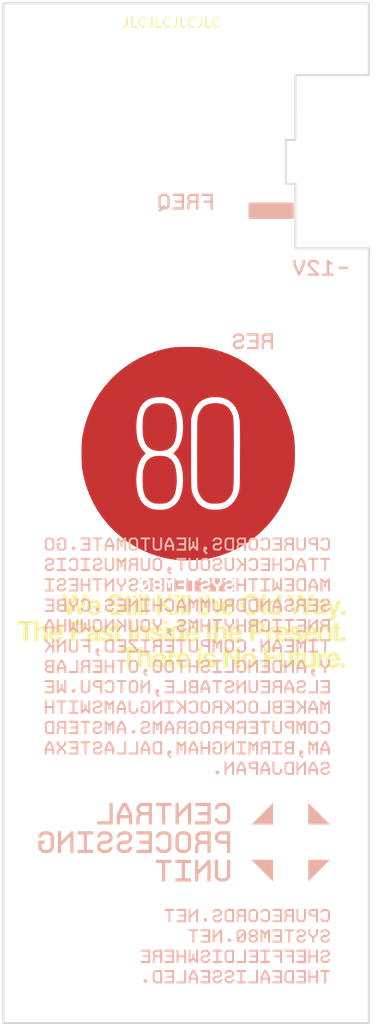
<source format=kicad_pcb>
(kicad_pcb (version 4) (host pcbnew 4.0.2-stable)
  (layers (0 F.Cu signal) (31 B.Cu signal) (34 B.Paste user) (35 F.Paste user) (36 B.SilkS user) (37 F.SilkS user) (38 B.Mask user) (39 F.Mask user) (44 Edge.Cuts user))
  (net 0 "")
  (module LOGO (layer B.Cu) (at 83.75 82.75 180)
    (fp_text reference G*** hide)
    (fp_text value LOGO hide)
  )
  (module MyModules:SNAP_HOLE_0.125_INCH (layer F.Cu) (at 91.04 60.5)
    (fp_text reference SNAP-HOLE-0.125-INCH hide)
    (fp_text value VAL** hide)
    (pad "" np_thru_hole circle (at 0 0) (size 5 5) (drill 5) (layers *.Cu *.Mask F.SilkS) (clearance 0.3175))
  )
  (module MyModules:SNAP_HOLE_0.125_INCH (layer F.Cu) (at 84.04 46)
    (fp_text reference SNAP-HOLE-0.125-INCH hide)
    (fp_text value VAL** hide)
    (pad "" np_thru_hole circle (at 0 0) (size 5 5) (drill 5) (layers *.Cu *.Mask F.SilkS) (clearance 0.3175))
  )
  (module MyModules:SNAP_HOLE_0.125_INCH (layer F.Cu) (at 74.15 120.9)
    (fp_text reference SNAP-HOLE-0.125-INCH hide)
    (fp_text value VAL** hide)
    (pad "" np_thru_hole circle (at 0 0) (size 3.175 3.175) (drill 3.175) (layers *.Cu *.Mask F.SilkS) (clearance 0.3175))
  )
  (module MyModules:SNAP_HOLE_0.125_INCH (layer F.Cu) (at 99.4 82.65)
    (fp_text reference SNAP-HOLE-0.125-INCH hide)
    (fp_text value VAL** hide)
    (pad "" np_thru_hole circle (at 0 0) (size 3.175 3.175) (drill 3.175) (layers *.Cu *.Mask F.SilkS) (clearance 0.3175))
  )
  (module MyModules:SNAP_HOLE_0.125_INCH (layer F.Cu) (at 68.15 77.15)
    (fp_text reference SNAP-HOLE-0.125-INCH hide)
    (fp_text value VAL** hide)
    (pad "" np_thru_hole circle (at 0 0) (size 3.175 3.175) (drill 3.175) (layers *.Cu *.Mask F.SilkS) (clearance 0.3175))
  )
  (module MyModules:SNAP_HOLE_0.125_INCH (layer F.Cu) (at 82.4 37.15)
    (fp_text reference SNAP-HOLE-0.125-INCH hide)
    (fp_text value VAL** hide)
    (pad "" np_thru_hole circle (at 0 0) (size 3.175 3.175) (drill 3.175) (layers *.Cu *.Mask F.SilkS) (clearance 0.3175))
  )
  (module Logos:80_logo_Fcu (layer F.Cu) (at 84.1 76.7)
    (fp_text reference G*** hide)
    (fp_text value LOGO hide)
    (fp_poly (pts (xy 0.321595 -11.09311) (xy 0.703203 -11.086846) (xy 1.056351 -11.07562) (xy 1.364899 -11.059434) (xy 1.612707 -11.038289) (xy 1.704195 -11.026549) (xy 2.635516 -10.844959) (xy 3.547432 -10.58275) (xy 4.434108 -10.242876) (xy 5.28971 -9.82829) (xy 6.108403 -9.341946) (xy 6.884351 -8.786797) (xy 7.611719 -8.165796) (xy 7.89369 -7.89369) (xy 8.549806 -7.178533) (xy 9.136798 -6.415359) (xy 9.653222 -5.607016) (xy 10.09764 -4.756351) (xy 10.468609 -3.866213) (xy 10.764689 -2.93945) (xy 10.984439 -1.978909) (xy 11.035239 -1.684743) (xy 11.066221 -1.429145) (xy 11.089918 -1.106943) (xy 11.106331 -0.735884) (xy 11.115458 -0.333715) (xy 11.1173 0.081814) (xy 11.111857 0.492958) (xy 11.099128 0.881966) (xy 11.079115 1.231093) (xy 11.051816 1.522589) (xy 11.035239 1.642409) (xy 10.838571 2.61504) (xy 10.565721 3.552617) (xy 10.217361 4.453381) (xy 9.794167 5.315573) (xy 9.338245 6.074833) (xy 8.769212 6.865372) (xy 8.141349 7.596321) (xy 7.458084 8.265473) (xy 6.722843 8.870617) (xy 5.939055 9.409546) (xy 5.110146 9.88005) (xy 4.239544 10.27992) (xy 3.330676 10.606947) (xy 2.38697 10.858923) (xy 1.7145 10.988328) (xy 1.570448 11.005563) (xy 1.362424 11.022084) (xy 1.104928 11.037472) (xy 0.81246 11.051312) (xy 0.499521 11.063184) (xy 0.180612 11.072673) (xy -0.129768 11.07936) (xy -0.417117 11.082828) (xy -0.666935 11.082659) (xy -0.864721 11.078436) (xy -0.995975 11.069741) (xy -1.016 11.066937) (xy -1.105202 11.053926) (xy -1.2522 11.03444) (xy -1.430707 11.011924) (xy -1.502833 11.00311) (xy -2.314458 10.866906) (xy -3.138062 10.655793) (xy -3.959011 10.375236) (xy -4.76267 10.030699) (xy -5.534403 9.627648) (xy -6.074833 9.295912) (xy -6.866199 8.726382) (xy -7.597639 8.098308) (xy -8.267001 7.415041) (xy -8.872133 6.679929) (xy -9.410884 5.896322) (xy -9.8811 5.067568) (xy -10.280629 4.197017) (xy -10.607319 3.288019) (xy -10.859019 2.343922) (xy -10.992906 1.642409) (xy -11.023888 1.386812) (xy -11.047585 1.064609) (xy -11.063998 0.69355) (xy -11.073125 0.291382) (xy -11.074967 -0.124148) (xy -11.069524 -0.535291) (xy -11.056795 -0.9243) (xy -11.036782 -1.273426) (xy -11.009483 -1.564923) (xy -10.992906 -1.684743) (xy -10.796238 -2.657373) (xy -10.768797 -2.751667) (xy -5.375914 -2.751667) (xy -5.351238 -2.152788) (xy -5.276493 -1.620171) (xy -5.150891 -1.151226) (xy -4.973641 -0.743368) (xy -4.743953 -0.394009) (xy -4.609571 -0.240845) (xy -4.507556 -0.133406) (xy -4.433651 -0.052523) (xy -4.402825 -0.014608) (xy -4.402667 -0.013965) (xy -4.431066 0.018869) (xy -4.504603 0.091315) (xy -4.582583 0.164648) (xy -4.822545 0.441649) (xy -5.021528 0.788466) (xy -5.177929 1.199965) (xy -5.290149 1.671011) (xy -5.356586 2.196469) (xy -5.375914 2.709333) (xy -5.350398 3.32389) (xy -5.273934 3.870996) (xy -5.146354 4.350948) (xy -4.967493 4.764041) (xy -4.737183 5.110573) (xy -4.455258 5.390838) (xy -4.121551 5.605134) (xy -3.735895 5.753756) (xy -3.649911 5.776259) (xy -3.453451 5.808937) (xy -3.202969 5.829342) (xy -2.928278 5.83704) (xy -2.65919 5.8316) (xy -2.425518 5.812588) (xy -2.319834 5.795561) (xy -1.940855 5.675697) (xy -1.589085 5.483772) (xy -1.278401 5.230361) (xy -1.022679 4.926038) (xy -0.894106 4.709115) (xy -0.736822 4.32373) (xy -0.619475 3.876907) (xy -0.543859 3.382796) (xy -0.511771 2.855547) (xy -0.525006 2.30931) (xy -0.551697 2.010833) (xy -0.641624 1.479666) (xy -0.784103 1.011006) (xy -0.955022 0.655294) (xy 0.317402 0.655294) (xy 0.317406 1.231901) (xy 0.317958 1.735803) (xy 0.319507 2.172979) (xy 0.3225 2.549408) (xy 0.327382 2.871072) (xy 0.334602 3.14395) (xy 0.344607 3.374021) (xy 0.357843 3.567267) (xy 0.374757 3.729666) (xy 0.395798 3.8672) (xy 0.421411 3.985847) (xy 0.452045 4.091589) (xy 0.488145 4.190404) (xy 0.53016 4.288273) (xy 0.578536 4.391176) (xy 0.63372 4.505092) (xy 0.658111 4.555732) (xy 0.883592 4.93759) (xy 1.162032 5.256031) (xy 1.489351 5.507736) (xy 1.86147 5.68939) (xy 2.159 5.775844) (xy 2.452958 5.818926) (xy 2.790431 5.835906) (xy 3.13438 5.826739) (xy 3.447763 5.791379) (xy 3.521482 5.777511) (xy 3.850619 5.687672) (xy 4.131714 5.559086) (xy 4.39198 5.376864) (xy 4.596874 5.189077) (xy 4.852001 4.893748) (xy 5.05619 4.562913) (xy 5.219023 4.17925) (xy 5.301038 3.915833) (xy 5.318206 3.852512) (xy 5.333177 3.790595) (xy 5.346129 3.724015) (xy 5.357243 3.646705) (xy 5.366698 3.552598) (xy 5.374674 3.435626) (xy 5.381351 3.289723) (xy 5.386907 3.108821) (xy 5.391524 2.886854) (xy 5.395379 2.617755) (xy 5.398654 2.295455) (xy 5.401527 1.913889) (xy 5.404178 1.466989) (xy 5.406787 0.948687) (xy 5.409534 0.352918) (xy 5.410075 0.232833) (xy 5.412733 -0.455385) (xy 5.414106 -1.062915) (xy 5.414158 -1.59373) (xy 5.412849 -2.051799) (xy 5.410144 -2.441093) (xy 5.406002 -2.765582) (xy 5.400388 -3.029237) (xy 5.393264 -3.236029) (xy 5.38459 -3.389928) (xy 5.374652 -3.4925) (xy 5.277945 -4.003355) (xy 5.131063 -4.448715) (xy 4.932246 -4.832543) (xy 4.679737 -5.158799) (xy 4.598763 -5.240768) (xy 4.289934 -5.493707) (xy 3.954853 -5.680228) (xy 3.582455 -5.80436) (xy 3.161676 -5.87013) (xy 2.832522 -5.883598) (xy 2.347414 -5.850169) (xy 1.911973 -5.748194) (xy 1.526495 -5.577908) (xy 1.191277 -5.339548) (xy 0.906616 -5.033351) (xy 0.672809 -4.659553) (xy 0.490154 -4.218391) (xy 0.414396 -3.958167) (xy 0.3175 -3.577167) (xy 0.3175 0) (xy 0.317402 0.655294) (xy -0.955022 0.655294) (xy -0.978427 0.606585) (xy -1.22389 0.268138) (xy -1.293059 0.194143) (xy -1.515786 -0.032171) (xy -1.287979 -0.257148) (xy -1.040172 -0.559347) (xy -0.83803 -0.929428) (xy -0.682864 -1.363151) (xy -0.575989 -1.856279) (xy -0.518717 -2.404571) (xy -0.508695 -2.772833) (xy -0.534428 -3.357525) (xy -0.610877 -3.887737) (xy -0.736914 -4.359677) (xy -0.911414 -4.769557) (xy -1.13325 -5.113584) (xy -1.241707 -5.239054) (xy -1.506215 -5.478901) (xy -1.793191 -5.656712) (xy -2.117052 -5.778529) (xy -2.492212 -5.850396) (xy -2.752207 -5.872278) (xy -3.247992 -5.867013) (xy -3.691041 -5.796763) (xy -4.081675 -5.661149) (xy -4.420212 -5.459789) (xy -4.706973 -5.192305) (xy -4.942277 -4.858314) (xy -5.126444 -4.457437) (xy -5.259794 -3.989295) (xy -5.342646 -3.453505) (xy -5.37532 -2.849689) (xy -5.375914 -2.751667) (xy -10.768797 -2.751667) (xy -10.523388 -3.594951) (xy -10.175028 -4.495715) (xy -9.751834 -5.357906) (xy -9.295912 -6.117167) (xy -8.733578 -6.897789) (xy -8.110836 -7.622523) (xy -7.432362 -8.28836) (xy -6.702836 -8.892292) (xy -5.926936 -9.43131) (xy -5.109342 -9.902405) (xy -4.254731 -10.302568) (xy -3.367781 -10.628791) (xy -2.453173 -10.878065) (xy -1.661862 -11.026549) (xy -1.448438 -11.050042) (xy -1.166633 -11.068576) (xy -0.832587 -11.08215) (xy -0.46244 -11.090763) (xy -0.072333 -11.094416) (xy 0.321595 -11.09311)) (layer F.Cu) (width 0.01))
    (fp_poly (pts (xy -2.626193 0.243835) (xy -2.367189 0.282005) (xy -2.197974 0.330989) (xy -1.929897 0.46816) (xy -1.707245 0.653637) (xy -1.526969 0.893139) (xy -1.386023 1.192387) (xy -1.281358 1.557099) (xy -1.209927 1.992995) (xy -1.186574 2.228886) (xy -1.166177 2.704107) (xy -1.181089 3.170013) (xy -1.229327 3.609532) (xy -1.308909 4.005596) (xy -1.417853 4.341135) (xy -1.43709 4.386287) (xy -1.574419 4.613777) (xy -1.769845 4.828057) (xy -1.997743 5.00328) (xy -2.110619 5.065673) (xy -2.224125 5.115974) (xy -2.330289 5.149884) (xy -2.451488 5.171177) (xy -2.610102 5.18363) (xy -2.828508 5.191018) (xy -2.8575 5.191692) (xy -3.069242 5.193502) (xy -3.261216 5.189754) (xy -3.411166 5.181211) (xy -3.4925 5.169873) (xy -3.81626 5.047687) (xy -4.095045 4.866833) (xy -4.316851 4.636585) (xy -4.437122 4.440107) (xy -4.53073 4.225621) (xy -4.601829 4.008348) (xy -4.653036 3.772309) (xy -4.686968 3.501526) (xy -4.706242 3.180021) (xy -4.713473 2.791816) (xy -4.713627 2.751667) (xy -4.713283 2.449018) (xy -4.709448 2.213485) (xy -4.70079 2.027547) (xy -4.685974 1.873679) (xy -4.663668 1.73436) (xy -4.632538 1.592067) (xy -4.622164 1.549725) (xy -4.502351 1.170954) (xy -4.347078 0.864193) (xy -4.150845 0.622262) (xy -3.90815 0.437982) (xy -3.689227 0.332062) (xy -3.475143 0.273909) (xy -3.208034 0.239806) (xy -2.915762 0.229775) (xy -2.626193 0.243835)) (layer F.Cu) (width 0.01))
    (fp_poly (pts (xy -2.686424 -5.226606) (xy -2.516967 -5.221593) (xy -2.39309 -5.209763) (xy -2.295253 -5.188293) (xy -2.203917 -5.154363) (xy -2.110619 -5.110591) (xy -1.85675 -4.954667) (xy -1.648039 -4.754502) (xy -1.481052 -4.503226) (xy -1.352359 -4.193972) (xy -1.258526 -3.819871) (xy -1.196123 -3.374053) (xy -1.185773 -3.259667) (xy -1.165517 -2.807878) (xy -1.177587 -2.362792) (xy -1.219957 -1.940496) (xy -1.290603 -1.557075) (xy -1.3875 -1.228618) (xy -1.463614 -1.052188) (xy -1.648098 -0.777751) (xy -1.891649 -0.56055) (xy -2.189037 -0.40274) (xy -2.535027 -0.306474) (xy -2.92439 -0.273909) (xy -3.292961 -0.298887) (xy -3.649947 -0.381787) (xy -3.957284 -0.52817) (xy -4.209652 -0.734447) (xy -4.401731 -0.99703) (xy -4.440723 -1.073197) (xy -4.535986 -1.296426) (xy -4.60807 -1.52087) (xy -4.659511 -1.762637) (xy -4.692848 -2.037833) (xy -4.710618 -2.362567) (xy -4.715356 -2.752945) (xy -4.715117 -2.815167) (xy -4.707377 -3.212228) (xy -4.68712 -3.541416) (xy -4.651632 -3.818955) (xy -4.598201 -4.061068) (xy -4.524113 -4.28398) (xy -4.435867 -4.485034) (xy -4.281502 -4.720281) (xy -4.067843 -4.93012) (xy -3.820235 -5.091236) (xy -3.734688 -5.130022) (xy -3.6229 -5.170905) (xy -3.51369 -5.198652) (xy -3.386703 -5.215705) (xy -3.221583 -5.224505) (xy -2.997973 -5.227495) (xy -2.921 -5.227624) (xy -2.686424 -5.226606)) (layer F.Cu) (width 0.01))
    (fp_poly (pts (xy 3.143209 -5.232312) (xy 3.52079 -5.166486) (xy 3.842932 -5.040594) (xy 4.113652 -4.852617) (xy 4.336971 -4.600535) (xy 4.48725 -4.345165) (xy 4.534755 -4.247924) (xy 4.576454 -4.157996) (xy 4.612724 -4.069438) (xy 4.643945 -3.976304) (xy 4.670495 -3.872649) (xy 4.692753 -3.752527) (xy 4.711096 -3.609995) (xy 4.725904 -3.439106) (xy 4.737555 -3.233915) (xy 4.746427 -2.988478) (xy 4.752899 -2.696848) (xy 4.757349 -2.353082) (xy 4.760155 -1.951234) (xy 4.761697 -1.485358) (xy 4.762352 -0.94951) (xy 4.762499 -0.337744) (xy 4.7625 -0.021167) (xy 4.762462 0.628454) (xy 4.762096 1.199355) (xy 4.761021 1.697482) (xy 4.75886 2.128782) (xy 4.755232 2.499201) (xy 4.749759 2.814686) (xy 4.74206 3.081182) (xy 4.731758 3.304637) (xy 4.718471 3.490997) (xy 4.701823 3.646209) (xy 4.681432 3.776218) (xy 4.656919 3.886971) (xy 4.627906 3.984415) (xy 4.594014 4.074496) (xy 4.554862 4.16316) (xy 4.510071 4.256354) (xy 4.486625 4.304102) (xy 4.318245 4.567661) (xy 4.093339 4.804837) (xy 3.835077 4.993987) (xy 3.651108 5.084572) (xy 3.439724 5.143377) (xy 3.17443 5.182134) (xy 2.883044 5.200019) (xy 2.593387 5.19621) (xy 2.333278 5.169884) (xy 2.155145 5.128841) (xy 1.834304 4.985766) (xy 1.563684 4.782186) (xy 1.339864 4.514078) (xy 1.159418 4.177423) (xy 1.029701 3.806977) (xy 1.015933 3.754195) (xy 1.003899 3.695467) (xy 0.993482 3.625053) (xy 0.984567 3.53721) (xy 0.977039 3.426195) (xy 0.97078 3.286265) (xy 0.965676 3.111677) (xy 0.96161 2.89669) (xy 0.958468 2.635561) (xy 0.956132 2.322547) (xy 0.954488 1.951905) (xy 0.953419 1.517893) (xy 0.952809 1.014769) (xy 0.952543 0.436789) (xy 0.9525 -0.021167) (xy 0.95245 -0.672612) (xy 0.952554 -1.245255) (xy 0.953191 -1.744959) (xy 0.95474 -2.177588) (xy 0.95758 -2.549004) (xy 0.962091 -2.865072) (xy 0.968652 -3.131656) (xy 0.977642 -3.354619) (xy 0.98944 -3.539825) (xy 1.004426 -3.693137) (xy 1.022979 -3.820419) (xy 1.045479 -3.927535) (xy 1.072304 -4.020348) (xy 1.103834 -4.104722) (xy 1.140448 -4.186521) (xy 1.182526 -4.271608) (xy 1.230446 -4.365846) (xy 1.233976 -4.372833) (xy 1.416124 -4.669067) (xy 1.633532 -4.898224) (xy 1.894535 -5.065214) (xy 2.207466 -5.174944) (xy 2.580658 -5.232326) (xy 2.706169 -5.24009) (xy 3.143209 -5.232312)) (layer F.Cu) (width 0.01))
  )
  (module LOGO (layer F.Cu) (at 83.4 95.15)
    (fp_text reference G*** hide)
    (fp_text value LOGO hide)
  )
  (gr_text JLCJLCJLCJLC (at 82.4 31.9) (layer F.SilkS) (effects (font (size 1 1))))
  (gr_line (start 102.9 55.365) (end 102.9 135.9) (angle 90) (layer Edge.Cuts) (width 0.2))
  (gr_line (start 64.9 135.9) (end 64.9 29.9) (angle 90) (layer Edge.Cuts) (width 0.2))
  (gr_line (start 102.9 135.9) (end 64.9 135.9) (angle 90) (layer Edge.Cuts) (width 0.2))
  (gr_line (start 102.9 29.9) (end 102.9 37.365) (angle 90) (layer Edge.Cuts) (width 0.2))
  (gr_line (start 64.9 29.9) (end 102.9 29.9) (angle 90) (layer Edge.Cuts) (width 0.2))
  (gr_line (start 95.265 55.365) (end 102.9 55.365) (angle 90) (layer Edge.Cuts) (width 0.2))
  (gr_line (start 95.265 37.365) (end 102.9 37.365) (angle 90) (layer Edge.Cuts) (width 0.2))
  (gr_line (start 95.265 48.635) (end 95.265 55.36) (angle 90) (layer Edge.Cuts) (width 0.2))
  (gr_line (start 94.265 48.635) (end 95.265 48.635) (layer Edge.Cuts) (width 0.2))
  (gr_line (start 94.265 44.085) (end 94.265 48.635) (layer Edge.Cuts) (width 0.2))
  (gr_line (start 95.265 44.085) (end 94.265 44.085) (layer Edge.Cuts) (width 0.2))
  (gr_line (start 95.27 37.37) (end 95.265 44.085) (angle 90) (layer Edge.Cuts) (width 0.2))
  (zone (net 0) (net_name "") (layer B.SilkS) (connect_pads (clearance 0.254)) (min_thickness 0.254) (fill yes (arc_segments 16) (thermal_gap 0.508) (thermal_bridge_width 0.508))
    (polygon (pts (xy 95.1 50.6) (xy 95.1 52.3) (xy 90.4 52.3) (xy 90.4 50.6)))
  )
  (zone (net 0) (net_name "") (layer B.Cu) (connect_pads (clearance 0.3)) (min_thickness 0.254) (fill yes (arc_segments 16) (thermal_gap 0.508) (thermal_bridge_width 1))
    (polygon (pts (xy 95.3 52.3) (xy 90.4 52.3) (xy 90.4 50.6) (xy 95.3 50.6) (xy 95.3 52.3)))
  )
)
</source>
